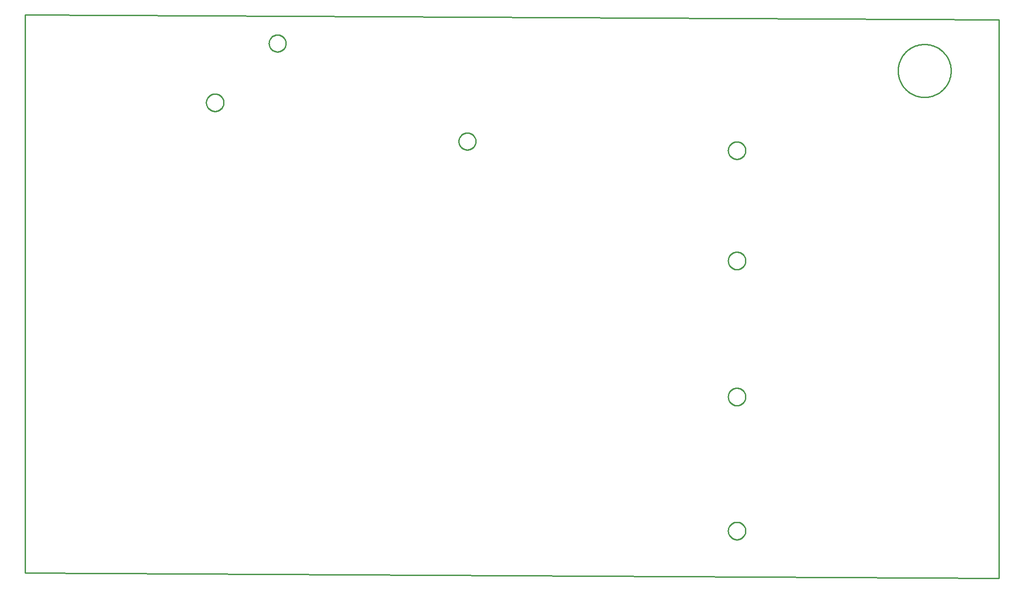
<source format=gbr>
G04 EAGLE Gerber RS-274X export*
G75*
%MOMM*%
%FSLAX34Y34*%
%LPD*%
%IN*%
%IPPOS*%
%AMOC8*
5,1,8,0,0,1.08239X$1,22.5*%
G01*
%ADD10C,0.254000*%


D10*
X0Y0D02*
X1841000Y-10000D01*
X1841000Y1046200D01*
X0Y1056200D01*
X0Y0D01*
X1750000Y949018D02*
X1749923Y947056D01*
X1749769Y945098D01*
X1749538Y943148D01*
X1749231Y941209D01*
X1748848Y939282D01*
X1748389Y937373D01*
X1747856Y935483D01*
X1747249Y933615D01*
X1746570Y931773D01*
X1745818Y929959D01*
X1744996Y928175D01*
X1744105Y926426D01*
X1743145Y924712D01*
X1742119Y923038D01*
X1741028Y921405D01*
X1739874Y919816D01*
X1738658Y918274D01*
X1737383Y916781D01*
X1736050Y915339D01*
X1734661Y913950D01*
X1733219Y912617D01*
X1731726Y911342D01*
X1730184Y910126D01*
X1728595Y908972D01*
X1726962Y907881D01*
X1725288Y906855D01*
X1723574Y905895D01*
X1721825Y905004D01*
X1720041Y904182D01*
X1718227Y903430D01*
X1716385Y902751D01*
X1714517Y902144D01*
X1712627Y901611D01*
X1710718Y901152D01*
X1708792Y900769D01*
X1706852Y900462D01*
X1704902Y900231D01*
X1702944Y900077D01*
X1700982Y900000D01*
X1699018Y900000D01*
X1697056Y900077D01*
X1695098Y900231D01*
X1693148Y900462D01*
X1691209Y900769D01*
X1689282Y901152D01*
X1687373Y901611D01*
X1685483Y902144D01*
X1683615Y902751D01*
X1681773Y903430D01*
X1679959Y904182D01*
X1678175Y905004D01*
X1676426Y905895D01*
X1674712Y906855D01*
X1673038Y907881D01*
X1671405Y908972D01*
X1669816Y910126D01*
X1668274Y911342D01*
X1666781Y912617D01*
X1665339Y913950D01*
X1663950Y915339D01*
X1662617Y916781D01*
X1661342Y918274D01*
X1660126Y919816D01*
X1658972Y921405D01*
X1657881Y923038D01*
X1656855Y924712D01*
X1655895Y926426D01*
X1655004Y928175D01*
X1654182Y929959D01*
X1653430Y931773D01*
X1652751Y933615D01*
X1652144Y935483D01*
X1651611Y937373D01*
X1651152Y939282D01*
X1650769Y941209D01*
X1650462Y943148D01*
X1650231Y945098D01*
X1650077Y947056D01*
X1650000Y949018D01*
X1650000Y950982D01*
X1650077Y952944D01*
X1650231Y954902D01*
X1650462Y956852D01*
X1650769Y958792D01*
X1651152Y960718D01*
X1651611Y962627D01*
X1652144Y964517D01*
X1652751Y966385D01*
X1653430Y968227D01*
X1654182Y970041D01*
X1655004Y971825D01*
X1655895Y973574D01*
X1656855Y975288D01*
X1657881Y976962D01*
X1658972Y978595D01*
X1660126Y980184D01*
X1661342Y981726D01*
X1662617Y983219D01*
X1663950Y984661D01*
X1665339Y986050D01*
X1666781Y987383D01*
X1668274Y988658D01*
X1669816Y989874D01*
X1671405Y991028D01*
X1673038Y992119D01*
X1674712Y993145D01*
X1676426Y994105D01*
X1678175Y994996D01*
X1679959Y995818D01*
X1681773Y996570D01*
X1683615Y997249D01*
X1685483Y997856D01*
X1687373Y998389D01*
X1689282Y998848D01*
X1691209Y999231D01*
X1693148Y999538D01*
X1695098Y999769D01*
X1697056Y999923D01*
X1699018Y1000000D01*
X1700982Y1000000D01*
X1702944Y999923D01*
X1704902Y999769D01*
X1706852Y999538D01*
X1708792Y999231D01*
X1710718Y998848D01*
X1712627Y998389D01*
X1714517Y997856D01*
X1716385Y997249D01*
X1718227Y996570D01*
X1720041Y995818D01*
X1721825Y994996D01*
X1723574Y994105D01*
X1725288Y993145D01*
X1726962Y992119D01*
X1728595Y991028D01*
X1730184Y989874D01*
X1731726Y988658D01*
X1733219Y987383D01*
X1734661Y986050D01*
X1736050Y984661D01*
X1737383Y983219D01*
X1738658Y981726D01*
X1739874Y980184D01*
X1741028Y978595D01*
X1742119Y976962D01*
X1743145Y975288D01*
X1744105Y973574D01*
X1744996Y971825D01*
X1745818Y970041D01*
X1746570Y968227D01*
X1747249Y966385D01*
X1747856Y964517D01*
X1748389Y962627D01*
X1748848Y960718D01*
X1749231Y958792D01*
X1749538Y956852D01*
X1749769Y954902D01*
X1749923Y952944D01*
X1750000Y950982D01*
X1750000Y949018D01*
X493040Y1001396D02*
X492972Y1000351D01*
X492835Y999312D01*
X492630Y998285D01*
X492359Y997273D01*
X492023Y996281D01*
X491622Y995313D01*
X491158Y994374D01*
X490635Y993466D01*
X490053Y992595D01*
X489415Y991764D01*
X488724Y990977D01*
X487983Y990236D01*
X487196Y989545D01*
X486365Y988908D01*
X485494Y988326D01*
X484586Y987802D01*
X483647Y987338D01*
X482679Y986937D01*
X481687Y986601D01*
X480675Y986330D01*
X479648Y986125D01*
X478609Y985989D01*
X477564Y985920D01*
X476516Y985920D01*
X475471Y985989D01*
X474432Y986125D01*
X473405Y986330D01*
X472393Y986601D01*
X471401Y986937D01*
X470433Y987338D01*
X469494Y987802D01*
X468586Y988326D01*
X467715Y988908D01*
X466884Y989545D01*
X466097Y990236D01*
X465356Y990977D01*
X464665Y991764D01*
X464028Y992595D01*
X463446Y993466D01*
X462922Y994374D01*
X462458Y995313D01*
X462057Y996281D01*
X461721Y997273D01*
X461450Y998285D01*
X461245Y999312D01*
X461109Y1000351D01*
X461040Y1001396D01*
X461040Y1002444D01*
X461109Y1003489D01*
X461245Y1004528D01*
X461450Y1005555D01*
X461721Y1006567D01*
X462057Y1007559D01*
X462458Y1008527D01*
X462922Y1009466D01*
X463446Y1010374D01*
X464028Y1011245D01*
X464665Y1012076D01*
X465356Y1012863D01*
X466097Y1013604D01*
X466884Y1014295D01*
X467715Y1014933D01*
X468586Y1015515D01*
X469494Y1016038D01*
X470433Y1016502D01*
X471401Y1016903D01*
X472393Y1017239D01*
X473405Y1017510D01*
X474432Y1017715D01*
X475471Y1017852D01*
X476516Y1017920D01*
X477564Y1017920D01*
X478609Y1017852D01*
X479648Y1017715D01*
X480675Y1017510D01*
X481687Y1017239D01*
X482679Y1016903D01*
X483647Y1016502D01*
X484586Y1016038D01*
X485494Y1015515D01*
X486365Y1014933D01*
X487196Y1014295D01*
X487983Y1013604D01*
X488724Y1012863D01*
X489415Y1012076D01*
X490053Y1011245D01*
X490635Y1010374D01*
X491158Y1009466D01*
X491622Y1008527D01*
X492023Y1007559D01*
X492359Y1006567D01*
X492630Y1005555D01*
X492835Y1004528D01*
X492972Y1003489D01*
X493040Y1002444D01*
X493040Y1001396D01*
X851815Y815976D02*
X851747Y814931D01*
X851610Y813892D01*
X851405Y812865D01*
X851134Y811853D01*
X850798Y810861D01*
X850397Y809893D01*
X849933Y808954D01*
X849410Y808046D01*
X848828Y807175D01*
X848190Y806344D01*
X847499Y805557D01*
X846758Y804816D01*
X845971Y804125D01*
X845140Y803488D01*
X844269Y802906D01*
X843361Y802382D01*
X842422Y801918D01*
X841454Y801517D01*
X840462Y801181D01*
X839450Y800910D01*
X838423Y800705D01*
X837384Y800569D01*
X836339Y800500D01*
X835291Y800500D01*
X834246Y800569D01*
X833207Y800705D01*
X832180Y800910D01*
X831168Y801181D01*
X830176Y801517D01*
X829208Y801918D01*
X828269Y802382D01*
X827361Y802906D01*
X826490Y803488D01*
X825659Y804125D01*
X824872Y804816D01*
X824131Y805557D01*
X823440Y806344D01*
X822803Y807175D01*
X822221Y808046D01*
X821697Y808954D01*
X821233Y809893D01*
X820832Y810861D01*
X820496Y811853D01*
X820225Y812865D01*
X820020Y813892D01*
X819884Y814931D01*
X819815Y815976D01*
X819815Y817024D01*
X819884Y818069D01*
X820020Y819108D01*
X820225Y820135D01*
X820496Y821147D01*
X820832Y822139D01*
X821233Y823107D01*
X821697Y824046D01*
X822221Y824954D01*
X822803Y825825D01*
X823440Y826656D01*
X824131Y827443D01*
X824872Y828184D01*
X825659Y828875D01*
X826490Y829513D01*
X827361Y830095D01*
X828269Y830618D01*
X829208Y831082D01*
X830176Y831483D01*
X831168Y831819D01*
X832180Y832090D01*
X833207Y832295D01*
X834246Y832432D01*
X835291Y832500D01*
X836339Y832500D01*
X837384Y832432D01*
X838423Y832295D01*
X839450Y832090D01*
X840462Y831819D01*
X841454Y831483D01*
X842422Y831082D01*
X843361Y830618D01*
X844269Y830095D01*
X845140Y829513D01*
X845971Y828875D01*
X846758Y828184D01*
X847499Y827443D01*
X848190Y826656D01*
X848828Y825825D01*
X849410Y824954D01*
X849933Y824046D01*
X850397Y823107D01*
X850798Y822139D01*
X851134Y821147D01*
X851405Y820135D01*
X851610Y819108D01*
X851747Y818069D01*
X851815Y817024D01*
X851815Y815976D01*
X358420Y873290D02*
X357341Y873361D01*
X356269Y873502D01*
X355209Y873713D01*
X354165Y873992D01*
X353141Y874340D01*
X352143Y874754D01*
X351173Y875232D01*
X350237Y875772D01*
X349338Y876373D01*
X348481Y877031D01*
X347668Y877744D01*
X346904Y878508D01*
X346191Y879321D01*
X345533Y880178D01*
X344932Y881077D01*
X344392Y882013D01*
X343914Y882983D01*
X343500Y883981D01*
X343152Y885005D01*
X342873Y886049D01*
X342662Y887109D01*
X342521Y888181D01*
X342450Y889260D01*
X342450Y890340D01*
X342521Y891419D01*
X342662Y892491D01*
X342873Y893551D01*
X343152Y894595D01*
X343500Y895619D01*
X343914Y896617D01*
X344392Y897587D01*
X344932Y898523D01*
X345533Y899422D01*
X346191Y900279D01*
X346904Y901092D01*
X347668Y901857D01*
X348481Y902569D01*
X349338Y903227D01*
X350237Y903828D01*
X351173Y904368D01*
X352143Y904846D01*
X353141Y905260D01*
X354165Y905608D01*
X355209Y905887D01*
X356269Y906098D01*
X357341Y906239D01*
X358420Y906310D01*
X359500Y906310D01*
X360579Y906239D01*
X361651Y906098D01*
X362711Y905887D01*
X363755Y905608D01*
X364779Y905260D01*
X365777Y904846D01*
X366747Y904368D01*
X367683Y903828D01*
X368582Y903227D01*
X369439Y902569D01*
X370252Y901857D01*
X371017Y901092D01*
X371729Y900279D01*
X372387Y899422D01*
X372988Y898523D01*
X373528Y897587D01*
X374006Y896617D01*
X374420Y895619D01*
X374768Y894595D01*
X375047Y893551D01*
X375258Y892491D01*
X375399Y891419D01*
X375470Y890340D01*
X375470Y889260D01*
X375399Y888181D01*
X375258Y887109D01*
X375047Y886049D01*
X374768Y885005D01*
X374420Y883981D01*
X374006Y882983D01*
X373528Y882013D01*
X372988Y881077D01*
X372387Y880178D01*
X371729Y879321D01*
X371017Y878508D01*
X370252Y877744D01*
X369439Y877031D01*
X368582Y876373D01*
X367683Y875772D01*
X366747Y875232D01*
X365777Y874754D01*
X364779Y874340D01*
X363755Y873992D01*
X362711Y873713D01*
X361651Y873502D01*
X360579Y873361D01*
X359500Y873290D01*
X358420Y873290D01*
X1345880Y349710D02*
X1346959Y349639D01*
X1348031Y349498D01*
X1349091Y349287D01*
X1350135Y349008D01*
X1351159Y348660D01*
X1352157Y348246D01*
X1353127Y347768D01*
X1354063Y347228D01*
X1354962Y346627D01*
X1355819Y345969D01*
X1356632Y345257D01*
X1357397Y344492D01*
X1358109Y343679D01*
X1358767Y342822D01*
X1359368Y341923D01*
X1359908Y340987D01*
X1360386Y340017D01*
X1360800Y339019D01*
X1361148Y337995D01*
X1361427Y336951D01*
X1361638Y335891D01*
X1361779Y334819D01*
X1361850Y333740D01*
X1361850Y332660D01*
X1361779Y331581D01*
X1361638Y330509D01*
X1361427Y329449D01*
X1361148Y328405D01*
X1360800Y327381D01*
X1360386Y326383D01*
X1359908Y325413D01*
X1359368Y324477D01*
X1358767Y323578D01*
X1358109Y322721D01*
X1357397Y321908D01*
X1356632Y321144D01*
X1355819Y320431D01*
X1354962Y319773D01*
X1354063Y319172D01*
X1353127Y318632D01*
X1352157Y318154D01*
X1351159Y317740D01*
X1350135Y317392D01*
X1349091Y317113D01*
X1348031Y316902D01*
X1346959Y316761D01*
X1345880Y316690D01*
X1344800Y316690D01*
X1343721Y316761D01*
X1342649Y316902D01*
X1341589Y317113D01*
X1340545Y317392D01*
X1339521Y317740D01*
X1338523Y318154D01*
X1337553Y318632D01*
X1336617Y319172D01*
X1335718Y319773D01*
X1334861Y320431D01*
X1334048Y321144D01*
X1333284Y321908D01*
X1332571Y322721D01*
X1331913Y323578D01*
X1331312Y324477D01*
X1330772Y325413D01*
X1330294Y326383D01*
X1329880Y327381D01*
X1329532Y328405D01*
X1329253Y329449D01*
X1329042Y330509D01*
X1328901Y331581D01*
X1328830Y332660D01*
X1328830Y333740D01*
X1328901Y334819D01*
X1329042Y335891D01*
X1329253Y336951D01*
X1329532Y337995D01*
X1329880Y339019D01*
X1330294Y340017D01*
X1330772Y340987D01*
X1331312Y341923D01*
X1331913Y342822D01*
X1332571Y343679D01*
X1333284Y344492D01*
X1334048Y345257D01*
X1334861Y345969D01*
X1335718Y346627D01*
X1336617Y347228D01*
X1337553Y347768D01*
X1338523Y348246D01*
X1339521Y348660D01*
X1340545Y349008D01*
X1341589Y349287D01*
X1342649Y349498D01*
X1343721Y349639D01*
X1344800Y349710D01*
X1345880Y349710D01*
X1345880Y96110D02*
X1346959Y96039D01*
X1348031Y95898D01*
X1349091Y95687D01*
X1350135Y95408D01*
X1351159Y95060D01*
X1352157Y94646D01*
X1353127Y94168D01*
X1354063Y93628D01*
X1354962Y93027D01*
X1355819Y92369D01*
X1356632Y91657D01*
X1357397Y90892D01*
X1358109Y90079D01*
X1358767Y89222D01*
X1359368Y88323D01*
X1359908Y87387D01*
X1360386Y86417D01*
X1360800Y85419D01*
X1361148Y84395D01*
X1361427Y83351D01*
X1361638Y82291D01*
X1361779Y81219D01*
X1361850Y80140D01*
X1361850Y79060D01*
X1361779Y77981D01*
X1361638Y76909D01*
X1361427Y75849D01*
X1361148Y74805D01*
X1360800Y73781D01*
X1360386Y72783D01*
X1359908Y71813D01*
X1359368Y70877D01*
X1358767Y69978D01*
X1358109Y69121D01*
X1357397Y68308D01*
X1356632Y67544D01*
X1355819Y66831D01*
X1354962Y66173D01*
X1354063Y65572D01*
X1353127Y65032D01*
X1352157Y64554D01*
X1351159Y64140D01*
X1350135Y63792D01*
X1349091Y63513D01*
X1348031Y63302D01*
X1346959Y63161D01*
X1345880Y63090D01*
X1344800Y63090D01*
X1343721Y63161D01*
X1342649Y63302D01*
X1341589Y63513D01*
X1340545Y63792D01*
X1339521Y64140D01*
X1338523Y64554D01*
X1337553Y65032D01*
X1336617Y65572D01*
X1335718Y66173D01*
X1334861Y66831D01*
X1334048Y67544D01*
X1333284Y68308D01*
X1332571Y69121D01*
X1331913Y69978D01*
X1331312Y70877D01*
X1330772Y71813D01*
X1330294Y72783D01*
X1329880Y73781D01*
X1329532Y74805D01*
X1329253Y75849D01*
X1329042Y76909D01*
X1328901Y77981D01*
X1328830Y79060D01*
X1328830Y80140D01*
X1328901Y81219D01*
X1329042Y82291D01*
X1329253Y83351D01*
X1329532Y84395D01*
X1329880Y85419D01*
X1330294Y86417D01*
X1330772Y87387D01*
X1331312Y88323D01*
X1331913Y89222D01*
X1332571Y90079D01*
X1333284Y90892D01*
X1334048Y91657D01*
X1334861Y92369D01*
X1335718Y93027D01*
X1336617Y93628D01*
X1337553Y94168D01*
X1338523Y94646D01*
X1339521Y95060D01*
X1340545Y95408D01*
X1341589Y95687D01*
X1342649Y95898D01*
X1343721Y96039D01*
X1344800Y96110D01*
X1345880Y96110D01*
X1345880Y607110D02*
X1346959Y607039D01*
X1348031Y606898D01*
X1349091Y606687D01*
X1350135Y606408D01*
X1351159Y606060D01*
X1352157Y605646D01*
X1353127Y605168D01*
X1354063Y604628D01*
X1354962Y604027D01*
X1355819Y603369D01*
X1356632Y602657D01*
X1357397Y601892D01*
X1358109Y601079D01*
X1358767Y600222D01*
X1359368Y599323D01*
X1359908Y598387D01*
X1360386Y597417D01*
X1360800Y596419D01*
X1361148Y595395D01*
X1361427Y594351D01*
X1361638Y593291D01*
X1361779Y592219D01*
X1361850Y591140D01*
X1361850Y590060D01*
X1361779Y588981D01*
X1361638Y587909D01*
X1361427Y586849D01*
X1361148Y585805D01*
X1360800Y584781D01*
X1360386Y583783D01*
X1359908Y582813D01*
X1359368Y581877D01*
X1358767Y580978D01*
X1358109Y580121D01*
X1357397Y579308D01*
X1356632Y578544D01*
X1355819Y577831D01*
X1354962Y577173D01*
X1354063Y576572D01*
X1353127Y576032D01*
X1352157Y575554D01*
X1351159Y575140D01*
X1350135Y574792D01*
X1349091Y574513D01*
X1348031Y574302D01*
X1346959Y574161D01*
X1345880Y574090D01*
X1344800Y574090D01*
X1343721Y574161D01*
X1342649Y574302D01*
X1341589Y574513D01*
X1340545Y574792D01*
X1339521Y575140D01*
X1338523Y575554D01*
X1337553Y576032D01*
X1336617Y576572D01*
X1335718Y577173D01*
X1334861Y577831D01*
X1334048Y578544D01*
X1333284Y579308D01*
X1332571Y580121D01*
X1331913Y580978D01*
X1331312Y581877D01*
X1330772Y582813D01*
X1330294Y583783D01*
X1329880Y584781D01*
X1329532Y585805D01*
X1329253Y586849D01*
X1329042Y587909D01*
X1328901Y588981D01*
X1328830Y590060D01*
X1328830Y591140D01*
X1328901Y592219D01*
X1329042Y593291D01*
X1329253Y594351D01*
X1329532Y595395D01*
X1329880Y596419D01*
X1330294Y597417D01*
X1330772Y598387D01*
X1331312Y599323D01*
X1331913Y600222D01*
X1332571Y601079D01*
X1333284Y601892D01*
X1334048Y602657D01*
X1334861Y603369D01*
X1335718Y604027D01*
X1336617Y604628D01*
X1337553Y605168D01*
X1338523Y605646D01*
X1339521Y606060D01*
X1340545Y606408D01*
X1341589Y606687D01*
X1342649Y606898D01*
X1343721Y607039D01*
X1344800Y607110D01*
X1345880Y607110D01*
X1345880Y815710D02*
X1346959Y815639D01*
X1348031Y815498D01*
X1349091Y815287D01*
X1350135Y815008D01*
X1351159Y814660D01*
X1352157Y814246D01*
X1353127Y813768D01*
X1354063Y813228D01*
X1354962Y812627D01*
X1355819Y811969D01*
X1356632Y811257D01*
X1357397Y810492D01*
X1358109Y809679D01*
X1358767Y808822D01*
X1359368Y807923D01*
X1359908Y806987D01*
X1360386Y806017D01*
X1360800Y805019D01*
X1361148Y803995D01*
X1361427Y802951D01*
X1361638Y801891D01*
X1361779Y800819D01*
X1361850Y799740D01*
X1361850Y798660D01*
X1361779Y797581D01*
X1361638Y796509D01*
X1361427Y795449D01*
X1361148Y794405D01*
X1360800Y793381D01*
X1360386Y792383D01*
X1359908Y791413D01*
X1359368Y790477D01*
X1358767Y789578D01*
X1358109Y788721D01*
X1357397Y787908D01*
X1356632Y787144D01*
X1355819Y786431D01*
X1354962Y785773D01*
X1354063Y785172D01*
X1353127Y784632D01*
X1352157Y784154D01*
X1351159Y783740D01*
X1350135Y783392D01*
X1349091Y783113D01*
X1348031Y782902D01*
X1346959Y782761D01*
X1345880Y782690D01*
X1344800Y782690D01*
X1343721Y782761D01*
X1342649Y782902D01*
X1341589Y783113D01*
X1340545Y783392D01*
X1339521Y783740D01*
X1338523Y784154D01*
X1337553Y784632D01*
X1336617Y785172D01*
X1335718Y785773D01*
X1334861Y786431D01*
X1334048Y787144D01*
X1333284Y787908D01*
X1332571Y788721D01*
X1331913Y789578D01*
X1331312Y790477D01*
X1330772Y791413D01*
X1330294Y792383D01*
X1329880Y793381D01*
X1329532Y794405D01*
X1329253Y795449D01*
X1329042Y796509D01*
X1328901Y797581D01*
X1328830Y798660D01*
X1328830Y799740D01*
X1328901Y800819D01*
X1329042Y801891D01*
X1329253Y802951D01*
X1329532Y803995D01*
X1329880Y805019D01*
X1330294Y806017D01*
X1330772Y806987D01*
X1331312Y807923D01*
X1331913Y808822D01*
X1332571Y809679D01*
X1333284Y810492D01*
X1334048Y811257D01*
X1334861Y811969D01*
X1335718Y812627D01*
X1336617Y813228D01*
X1337553Y813768D01*
X1338523Y814246D01*
X1339521Y814660D01*
X1340545Y815008D01*
X1341589Y815287D01*
X1342649Y815498D01*
X1343721Y815639D01*
X1344800Y815710D01*
X1345880Y815710D01*
M02*

</source>
